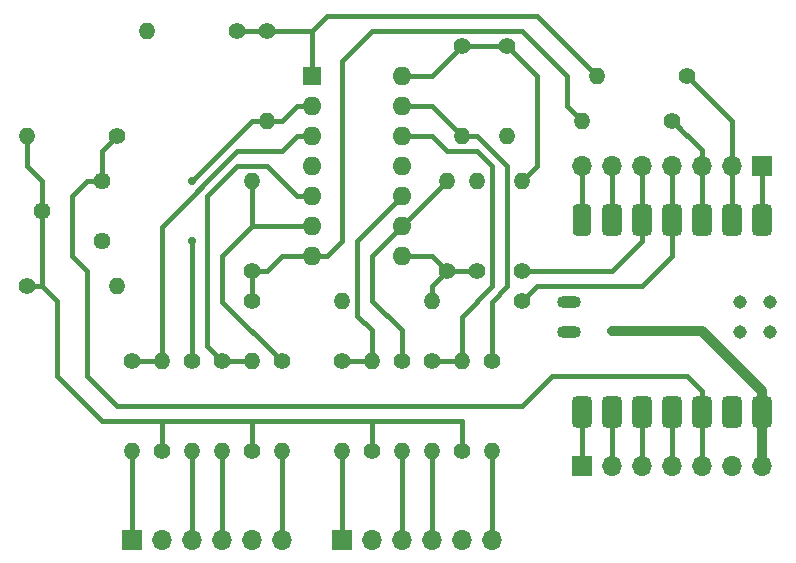
<source format=gbr>
%TF.GenerationSoftware,KiCad,Pcbnew,7.0.7*%
%TF.CreationDate,2024-05-13T13:27:10-04:00*%
%TF.ProjectId,diff-probe-x4-v2,64696666-2d70-4726-9f62-652d78342d76,rev?*%
%TF.SameCoordinates,Original*%
%TF.FileFunction,Copper,L1,Top*%
%TF.FilePolarity,Positive*%
%FSLAX46Y46*%
G04 Gerber Fmt 4.6, Leading zero omitted, Abs format (unit mm)*
G04 Created by KiCad (PCBNEW 7.0.7) date 2024-05-13 13:27:10*
%MOMM*%
%LPD*%
G01*
G04 APERTURE LIST*
G04 Aperture macros list*
%AMRoundRect*
0 Rectangle with rounded corners*
0 $1 Rounding radius*
0 $2 $3 $4 $5 $6 $7 $8 $9 X,Y pos of 4 corners*
0 Add a 4 corners polygon primitive as box body*
4,1,4,$2,$3,$4,$5,$6,$7,$8,$9,$2,$3,0*
0 Add four circle primitives for the rounded corners*
1,1,$1+$1,$2,$3*
1,1,$1+$1,$4,$5*
1,1,$1+$1,$6,$7*
1,1,$1+$1,$8,$9*
0 Add four rect primitives between the rounded corners*
20,1,$1+$1,$2,$3,$4,$5,0*
20,1,$1+$1,$4,$5,$6,$7,0*
20,1,$1+$1,$6,$7,$8,$9,0*
20,1,$1+$1,$8,$9,$2,$3,0*%
G04 Aperture macros list end*
%TA.AperFunction,ComponentPad*%
%ADD10C,1.400000*%
%TD*%
%TA.AperFunction,ComponentPad*%
%ADD11O,1.400000X1.400000*%
%TD*%
%TA.AperFunction,ComponentPad*%
%ADD12R,1.700000X1.700000*%
%TD*%
%TA.AperFunction,ComponentPad*%
%ADD13O,1.700000X1.700000*%
%TD*%
%TA.AperFunction,ComponentPad*%
%ADD14R,1.600000X1.600000*%
%TD*%
%TA.AperFunction,ComponentPad*%
%ADD15O,1.600000X1.600000*%
%TD*%
%TA.AperFunction,ComponentPad*%
%ADD16C,1.440000*%
%TD*%
%TA.AperFunction,ComponentPad*%
%ADD17RoundRect,0.425000X-0.425000X0.925000X-0.425000X-0.925000X0.425000X-0.925000X0.425000X0.925000X0*%
%TD*%
%TA.AperFunction,ComponentPad*%
%ADD18RoundRect,0.400000X-0.400000X0.950000X-0.400000X-0.950000X0.400000X-0.950000X0.400000X0.950000X0*%
%TD*%
%TA.AperFunction,SMDPad,CuDef*%
%ADD19O,2.032000X1.016000*%
%TD*%
%TA.AperFunction,SMDPad,CuDef*%
%ADD20C,1.143000*%
%TD*%
%TA.AperFunction,ViaPad*%
%ADD21C,0.800000*%
%TD*%
%TA.AperFunction,ViaPad*%
%ADD22C,0.711200*%
%TD*%
%TA.AperFunction,Conductor*%
%ADD23C,0.406400*%
%TD*%
%TA.AperFunction,Conductor*%
%ADD24C,0.812800*%
%TD*%
G04 APERTURE END LIST*
D10*
%TO.P,R16,1*%
%TO.N,Net-(R13-Pad1)*%
X139310000Y-88570000D03*
D11*
%TO.P,R16,2*%
%TO.N,Net-(U1D-+)*%
X139310000Y-80950000D03*
%TD*%
D10*
%TO.P,R14,1*%
%TO.N,Net-(R13-Pad1)*%
X121530000Y-88570000D03*
D11*
%TO.P,R14,2*%
%TO.N,Net-(U1B-+)*%
X121530000Y-80950000D03*
%TD*%
D10*
%TO.P,R25,1*%
%TO.N,Net-(R10-Pad1)*%
X121590000Y-75870000D03*
D11*
%TO.P,R25,2*%
%TO.N,GND*%
X129210000Y-75870000D03*
%TD*%
D10*
%TO.P,R6,1*%
%TO.N,Net-(U1C--)*%
X134290000Y-80950000D03*
D11*
%TO.P,R6,2*%
%TO.N,Net-(J2-Pin_3)*%
X134290000Y-88570000D03*
%TD*%
D10*
%TO.P,R21,1*%
%TO.N,Net-(J5-Pin_4)*%
X144450000Y-75870000D03*
D11*
%TO.P,R21,2*%
%TO.N,Net-(R11-Pad1)*%
X136830000Y-75870000D03*
%TD*%
D12*
%TO.P,J1,1,Pin_1*%
%TO.N,Net-(J1-Pin_1)*%
X111370000Y-96070000D03*
D13*
%TO.P,J1,2,Pin_2*%
%TO.N,GND*%
X113910000Y-96070000D03*
%TO.P,J1,3,Pin_3*%
%TO.N,Net-(J1-Pin_3)*%
X116450000Y-96070000D03*
%TO.P,J1,4,Pin_4*%
%TO.N,Net-(J1-Pin_4)*%
X118990000Y-96070000D03*
%TO.P,J1,5,Pin_5*%
%TO.N,GND*%
X121530000Y-96070000D03*
%TO.P,J1,6,Pin_6*%
%TO.N,Net-(J1-Pin_6)*%
X124070000Y-96070000D03*
%TD*%
D10*
%TO.P,R23,1*%
%TO.N,Net-(R12-Pad1)*%
X143180000Y-54280000D03*
D11*
%TO.P,R23,2*%
%TO.N,GND*%
X143180000Y-61900000D03*
%TD*%
D10*
%TO.P,R18,1*%
%TO.N,Net-(R13-Pad1)*%
X102540000Y-74600000D03*
D11*
%TO.P,R18,2*%
%TO.N,GND*%
X110160000Y-74600000D03*
%TD*%
D10*
%TO.P,R7,1*%
%TO.N,Net-(U1D-+)*%
X136770000Y-80950000D03*
D11*
%TO.P,R7,2*%
%TO.N,Net-(J2-Pin_4)*%
X136770000Y-88570000D03*
%TD*%
D10*
%TO.P,R8,1*%
%TO.N,Net-(U1D--)*%
X141850000Y-80950000D03*
D11*
%TO.P,R8,2*%
%TO.N,Net-(J2-Pin_6)*%
X141850000Y-88570000D03*
%TD*%
D10*
%TO.P,R5,1*%
%TO.N,Net-(U1C-+)*%
X129150000Y-80950000D03*
D11*
%TO.P,R5,2*%
%TO.N,Net-(J2-Pin_1)*%
X129150000Y-88570000D03*
%TD*%
D10*
%TO.P,R26,1*%
%TO.N,Net-(R19-Pad2)*%
X120320000Y-53010000D03*
D11*
%TO.P,R26,2*%
%TO.N,GND*%
X112700000Y-53010000D03*
%TD*%
D10*
%TO.P,R11,1*%
%TO.N,Net-(R11-Pad1)*%
X138100000Y-73330000D03*
D11*
%TO.P,R11,2*%
%TO.N,Net-(U1C--)*%
X138100000Y-65710000D03*
%TD*%
D10*
%TO.P,R4,1*%
%TO.N,Net-(U1B--)*%
X124070000Y-80950000D03*
D11*
%TO.P,R4,2*%
%TO.N,Net-(J1-Pin_6)*%
X124070000Y-88570000D03*
%TD*%
D10*
%TO.P,R2,1*%
%TO.N,Net-(U1A--)*%
X116450000Y-80950000D03*
D11*
%TO.P,R2,2*%
%TO.N,Net-(J1-Pin_3)*%
X116450000Y-88570000D03*
%TD*%
D10*
%TO.P,R1,1*%
%TO.N,Net-(U1A-+)*%
X111430000Y-80950000D03*
D11*
%TO.P,R1,2*%
%TO.N,Net-(J1-Pin_1)*%
X111430000Y-88570000D03*
%TD*%
D12*
%TO.P,J2,1,Pin_1*%
%TO.N,Net-(J2-Pin_1)*%
X129150000Y-96070000D03*
D13*
%TO.P,J2,2,Pin_2*%
%TO.N,GND*%
X131690000Y-96070000D03*
%TO.P,J2,3,Pin_3*%
%TO.N,Net-(J2-Pin_3)*%
X134230000Y-96070000D03*
%TO.P,J2,4,Pin_4*%
%TO.N,Net-(J2-Pin_4)*%
X136770000Y-96070000D03*
%TO.P,J2,5,Pin_5*%
%TO.N,GND*%
X139310000Y-96070000D03*
%TO.P,J2,6,Pin_6*%
%TO.N,Net-(J2-Pin_6)*%
X141850000Y-96070000D03*
%TD*%
D12*
%TO.P,J5,1,Pin_1*%
%TO.N,Net-(J5-Pin_1)*%
X164770000Y-64440000D03*
D13*
%TO.P,J5,2,Pin_2*%
%TO.N,Net-(J5-Pin_2)*%
X162230000Y-64440000D03*
%TO.P,J5,3,Pin_3*%
%TO.N,Net-(J5-Pin_3)*%
X159690000Y-64440000D03*
%TO.P,J5,4,Pin_4*%
%TO.N,Net-(J5-Pin_4)*%
X157150000Y-64440000D03*
%TO.P,J5,5,Pin_5*%
%TO.N,Net-(J5-Pin_5)*%
X154610000Y-64440000D03*
%TO.P,J5,6,Pin_6*%
%TO.N,Net-(J5-Pin_6)*%
X152070000Y-64440000D03*
%TO.P,J5,7,Pin_7*%
%TO.N,Net-(J5-Pin_7)*%
X149530000Y-64440000D03*
%TD*%
D10*
%TO.P,R19,1*%
%TO.N,Net-(J5-Pin_2)*%
X158420000Y-56820000D03*
D11*
%TO.P,R19,2*%
%TO.N,Net-(R19-Pad2)*%
X150800000Y-56820000D03*
%TD*%
D10*
%TO.P,R20,1*%
%TO.N,Net-(J5-Pin_3)*%
X157150000Y-60630000D03*
D11*
%TO.P,R20,2*%
%TO.N,Net-(R10-Pad1)*%
X149530000Y-60630000D03*
%TD*%
D10*
%TO.P,R12,1*%
%TO.N,Net-(R12-Pad1)*%
X139370000Y-54280000D03*
D11*
%TO.P,R12,2*%
%TO.N,Net-(U1D--)*%
X139370000Y-61900000D03*
%TD*%
D10*
%TO.P,R15,1*%
%TO.N,Net-(R13-Pad1)*%
X131690000Y-88570000D03*
D11*
%TO.P,R15,2*%
%TO.N,Net-(U1C-+)*%
X131690000Y-80950000D03*
%TD*%
D10*
%TO.P,R17,1*%
%TO.N,Net-(J6-Pin_5)*%
X110160000Y-61900000D03*
D11*
%TO.P,R17,2*%
%TO.N,Net-(R13-Pad1)*%
X102540000Y-61900000D03*
%TD*%
D10*
%TO.P,R3,1*%
%TO.N,Net-(U1B-+)*%
X118990000Y-80950000D03*
D11*
%TO.P,R3,2*%
%TO.N,Net-(J1-Pin_4)*%
X118990000Y-88570000D03*
%TD*%
D10*
%TO.P,R10,1*%
%TO.N,Net-(R10-Pad1)*%
X121590000Y-73330000D03*
D11*
%TO.P,R10,2*%
%TO.N,Net-(U1B--)*%
X121590000Y-65710000D03*
%TD*%
D10*
%TO.P,R9,1*%
%TO.N,Net-(R19-Pad2)*%
X122860000Y-53010000D03*
D11*
%TO.P,R9,2*%
%TO.N,Net-(U1A--)*%
X122860000Y-60630000D03*
%TD*%
D14*
%TO.P,U1,1*%
%TO.N,Net-(R19-Pad2)*%
X126670000Y-56820000D03*
D15*
%TO.P,U1,2,-*%
%TO.N,Net-(U1A--)*%
X126670000Y-59360000D03*
%TO.P,U1,3,+*%
%TO.N,Net-(U1A-+)*%
X126670000Y-61900000D03*
%TO.P,U1,4,V+*%
%TO.N,Net-(J6-Pin_7)*%
X126670000Y-64440000D03*
%TO.P,U1,5,+*%
%TO.N,Net-(U1B-+)*%
X126670000Y-66980000D03*
%TO.P,U1,6,-*%
%TO.N,Net-(U1B--)*%
X126670000Y-69520000D03*
%TO.P,U1,7*%
%TO.N,Net-(R10-Pad1)*%
X126670000Y-72060000D03*
%TO.P,U1,8*%
%TO.N,Net-(R11-Pad1)*%
X134290000Y-72060000D03*
%TO.P,U1,9,-*%
%TO.N,Net-(U1C--)*%
X134290000Y-69520000D03*
%TO.P,U1,10,+*%
%TO.N,Net-(U1C-+)*%
X134290000Y-66980000D03*
%TO.P,U1,11,V-*%
%TO.N,GND*%
X134290000Y-64440000D03*
%TO.P,U1,12,+*%
%TO.N,Net-(U1D-+)*%
X134290000Y-61900000D03*
%TO.P,U1,13,-*%
%TO.N,Net-(U1D--)*%
X134290000Y-59360000D03*
%TO.P,U1,14*%
%TO.N,Net-(R12-Pad1)*%
X134290000Y-56820000D03*
%TD*%
D10*
%TO.P,R24,1*%
%TO.N,Net-(R11-Pad1)*%
X140640000Y-73330000D03*
D11*
%TO.P,R24,2*%
%TO.N,GND*%
X140640000Y-65710000D03*
%TD*%
D10*
%TO.P,R22,1*%
%TO.N,Net-(J5-Pin_5)*%
X144450000Y-73330000D03*
D11*
%TO.P,R22,2*%
%TO.N,Net-(R12-Pad1)*%
X144450000Y-65710000D03*
%TD*%
D10*
%TO.P,R13,1*%
%TO.N,Net-(R13-Pad1)*%
X113910000Y-88570000D03*
D11*
%TO.P,R13,2*%
%TO.N,Net-(U1A-+)*%
X113910000Y-80950000D03*
%TD*%
D12*
%TO.P,J6,1,Pin_1*%
%TO.N,Net-(J6-Pin_1)*%
X149530000Y-89840000D03*
D13*
%TO.P,J6,2,Pin_2*%
%TO.N,Net-(J6-Pin_2)*%
X152070000Y-89840000D03*
%TO.P,J6,3,Pin_3*%
%TO.N,Net-(J6-Pin_3)*%
X154610000Y-89840000D03*
%TO.P,J6,4,Pin_4*%
%TO.N,Net-(J6-Pin_4)*%
X157150000Y-89840000D03*
%TO.P,J6,5,Pin_5*%
%TO.N,Net-(J6-Pin_5)*%
X159690000Y-89840000D03*
%TO.P,J6,6,Pin_6*%
%TO.N,GND*%
X162230000Y-89840000D03*
%TO.P,J6,7,Pin_7*%
%TO.N,Net-(J6-Pin_7)*%
X164770000Y-89840000D03*
%TD*%
D16*
%TO.P,RV1,1,1*%
%TO.N,Net-(J6-Pin_5)*%
X108890000Y-65710000D03*
%TO.P,RV1,2,2*%
%TO.N,Net-(R13-Pad1)*%
X103810000Y-68250000D03*
%TO.P,RV1,3,3*%
%TO.N,GND*%
X108890000Y-70790000D03*
%TD*%
D17*
%TO.P,U2,1,PA02_A0_D0*%
%TO.N,Net-(J5-Pin_1)*%
X164770000Y-69020000D03*
%TO.P,U2,2,PA4_A1_D1*%
%TO.N,Net-(J5-Pin_2)*%
X162230000Y-69020000D03*
%TO.P,U2,3,PA10_A2_D2*%
%TO.N,Net-(J5-Pin_3)*%
X159690000Y-69020000D03*
%TO.P,U2,4,PA11_A3_D3*%
%TO.N,Net-(J5-Pin_4)*%
X157150000Y-69020000D03*
%TO.P,U2,5,PA8_A4_D4_SDA*%
%TO.N,Net-(J5-Pin_5)*%
X154610000Y-69020000D03*
%TO.P,U2,6,PA9_A5_D5_SCL*%
%TO.N,Net-(J5-Pin_6)*%
X152070000Y-69020000D03*
D18*
%TO.P,U2,7,PB08_A6_D6_TX*%
%TO.N,Net-(J5-Pin_7)*%
X149530000Y-69020000D03*
D17*
%TO.P,U2,8,PB09_A7_D7_RX*%
%TO.N,Net-(J6-Pin_1)*%
X149530000Y-85260000D03*
%TO.P,U2,9,PA7_A8_D8_SCK*%
%TO.N,Net-(J6-Pin_2)*%
X152070000Y-85260000D03*
%TO.P,U2,10,PA5_A9_D9_MISO*%
%TO.N,Net-(J6-Pin_3)*%
X154610000Y-85260000D03*
%TO.P,U2,11,PA6_A10_D10_MOSI*%
%TO.N,Net-(J6-Pin_4)*%
X157150000Y-85260000D03*
%TO.P,U2,12,3V3*%
%TO.N,Net-(J6-Pin_5)*%
X159690000Y-85260000D03*
%TO.P,U2,13,GND*%
%TO.N,GND*%
X162230000Y-85260000D03*
%TO.P,U2,14,5V*%
%TO.N,Net-(J6-Pin_7)*%
X164770000Y-85260000D03*
D19*
%TO.P,U2,15,5V*%
%TO.N,unconnected-(U2-5V-Pad15)*%
X148452180Y-75950000D03*
%TO.P,U2,16,GND*%
%TO.N,unconnected-(U2-GND-Pad16)*%
X148452180Y-78500000D03*
D20*
%TO.P,U2,17,PA31_SWDIO*%
%TO.N,unconnected-(U2-PA31_SWDIO-Pad17)*%
X165456367Y-75948803D03*
%TO.P,U2,18,PA30_SWCLK*%
%TO.N,unconnected-(U2-PA30_SWCLK-Pad18)*%
X165456367Y-78488803D03*
%TO.P,U2,19,RESET*%
%TO.N,unconnected-(U2-RESET-Pad19)*%
X162916367Y-75948803D03*
%TO.P,U2,20,GND*%
%TO.N,unconnected-(U2-GND-Pad20)*%
X162916367Y-78488803D03*
%TD*%
D21*
%TO.N,Net-(J6-Pin_7)*%
X152070000Y-78410000D03*
D22*
%TO.N,Net-(U1A--)*%
X116510000Y-70790000D03*
X116510000Y-65710000D03*
%TD*%
D23*
%TO.N,Net-(J1-Pin_1)*%
X111370000Y-88450000D02*
X111370000Y-96070000D01*
%TO.N,Net-(J1-Pin_3)*%
X116450000Y-88450000D02*
X116450000Y-96070000D01*
%TO.N,Net-(J1-Pin_4)*%
X118990000Y-88450000D02*
X118990000Y-96070000D01*
%TO.N,Net-(J1-Pin_6)*%
X124070000Y-88450000D02*
X124070000Y-96070000D01*
%TO.N,Net-(J2-Pin_1)*%
X129150000Y-88450000D02*
X129150000Y-96070000D01*
%TO.N,Net-(J2-Pin_3)*%
X134230000Y-88450000D02*
X134230000Y-96070000D01*
%TO.N,Net-(J2-Pin_4)*%
X136770000Y-88450000D02*
X136770000Y-96070000D01*
%TO.N,Net-(J2-Pin_6)*%
X141850000Y-88450000D02*
X141850000Y-96070000D01*
%TO.N,Net-(J5-Pin_1)*%
X164770000Y-64440000D02*
X164770000Y-69520000D01*
%TO.N,Net-(J5-Pin_2)*%
X162230000Y-63110000D02*
X162170000Y-63170000D01*
X162170000Y-63170000D02*
X162170000Y-64440000D01*
X162230000Y-64440000D02*
X162230000Y-69520000D01*
X162230000Y-60630000D02*
X162230000Y-63110000D01*
X158420000Y-56820000D02*
X162230000Y-60630000D01*
%TO.N,Net-(J5-Pin_3)*%
X159630000Y-63110000D02*
X157150000Y-60630000D01*
X157150000Y-60630000D02*
X157785000Y-61265000D01*
X159630000Y-64440000D02*
X159630000Y-63110000D01*
X159690000Y-64440000D02*
X159690000Y-69520000D01*
%TO.N,Net-(J5-Pin_4)*%
X157150000Y-64440000D02*
X157150000Y-69520000D01*
X145720000Y-74600000D02*
X154610000Y-74600000D01*
X157150000Y-72060000D02*
X157150000Y-69520000D01*
X144450000Y-75870000D02*
X145720000Y-74600000D01*
X154610000Y-74600000D02*
X157150000Y-72060000D01*
%TO.N,Net-(J5-Pin_5)*%
X152070000Y-73330000D02*
X144450000Y-73330000D01*
X154610000Y-70790000D02*
X152070000Y-73330000D01*
X154610000Y-69520000D02*
X154610000Y-70790000D01*
X154610000Y-64440000D02*
X154610000Y-69520000D01*
%TO.N,Net-(J5-Pin_6)*%
X152070000Y-64440000D02*
X152070000Y-69520000D01*
%TO.N,Net-(J5-Pin_7)*%
X149530000Y-64440000D02*
X149530000Y-69520000D01*
%TO.N,Net-(J6-Pin_1)*%
X149530000Y-84760000D02*
X149530000Y-89840000D01*
%TO.N,Net-(J6-Pin_2)*%
X152070000Y-84760000D02*
X152070000Y-89840000D01*
%TO.N,Net-(J6-Pin_3)*%
X154610000Y-84760000D02*
X154610000Y-89840000D01*
%TO.N,Net-(J6-Pin_4)*%
X157150000Y-84760000D02*
X157150000Y-89840000D01*
%TO.N,Net-(J6-Pin_5)*%
X146990000Y-82220000D02*
X144450000Y-84760000D01*
X106350000Y-66980000D02*
X107620000Y-65710000D01*
X159690000Y-83490000D02*
X159690000Y-84760000D01*
X159690000Y-84760000D02*
X159690000Y-89840000D01*
X146990000Y-82220000D02*
X158420000Y-82220000D01*
X108890000Y-63170000D02*
X108890000Y-65710000D01*
X107620000Y-73330000D02*
X106350000Y-72060000D01*
X110160000Y-61900000D02*
X108890000Y-63170000D01*
X144450000Y-84760000D02*
X110160000Y-84760000D01*
X110160000Y-84760000D02*
X107620000Y-82220000D01*
X158420000Y-82220000D02*
X159690000Y-83490000D01*
X107620000Y-82220000D02*
X107620000Y-73330000D01*
X106350000Y-72060000D02*
X106350000Y-66980000D01*
X107620000Y-65710000D02*
X108890000Y-65710000D01*
D24*
%TO.N,Net-(J6-Pin_7)*%
X159690000Y-78410000D02*
X164770000Y-83490000D01*
X152070000Y-78410000D02*
X159690000Y-78410000D01*
X164770000Y-89840000D02*
X164770000Y-84760000D01*
X164770000Y-83490000D02*
X164770000Y-84760000D01*
D23*
%TO.N,Net-(U1C-+)*%
X131690000Y-80830000D02*
X131690000Y-78350000D01*
X130480000Y-77140000D02*
X130480000Y-70790000D01*
X130480000Y-70790000D02*
X134290000Y-66980000D01*
X131570000Y-80950000D02*
X131690000Y-80830000D01*
X131690000Y-78350000D02*
X130480000Y-77140000D01*
X129150000Y-80950000D02*
X131570000Y-80950000D01*
%TO.N,Net-(U1C--)*%
X131750000Y-75870000D02*
X134230000Y-78350000D01*
X134230000Y-80890000D02*
X134290000Y-80950000D01*
X131750000Y-72060000D02*
X131750000Y-75870000D01*
X134290000Y-69520000D02*
X131750000Y-72060000D01*
X138100000Y-65710000D02*
X134290000Y-69520000D01*
X134230000Y-78350000D02*
X134230000Y-80890000D01*
%TO.N,Net-(U1D-+)*%
X136770000Y-80950000D02*
X139310000Y-80950000D01*
X141910000Y-64440000D02*
X140640000Y-63170000D01*
X138100000Y-63170000D02*
X136830000Y-61900000D01*
X136830000Y-61900000D02*
X134290000Y-61900000D01*
X139310000Y-77200000D02*
X141910000Y-74600000D01*
X141910000Y-74600000D02*
X141910000Y-64440000D01*
X139310000Y-80950000D02*
X139310000Y-77200000D01*
X140640000Y-63170000D02*
X138100000Y-63170000D01*
%TO.N,Net-(U1D--)*%
X141850000Y-80950000D02*
X141850000Y-75930000D01*
X143180000Y-64440000D02*
X140640000Y-61900000D01*
X140640000Y-61900000D02*
X139370000Y-61900000D01*
X136830000Y-59360000D02*
X134290000Y-59360000D01*
X139370000Y-61900000D02*
X136830000Y-59360000D01*
X141850000Y-75930000D02*
X143180000Y-74600000D01*
X143180000Y-74600000D02*
X143180000Y-64440000D01*
%TO.N,Net-(R19-Pad2)*%
X126670000Y-53010000D02*
X126670000Y-56820000D01*
X150800000Y-56820000D02*
X145720000Y-51740000D01*
X145720000Y-51740000D02*
X127940000Y-51740000D01*
X120320000Y-53010000D02*
X126670000Y-53010000D01*
X127940000Y-51740000D02*
X126670000Y-53010000D01*
%TO.N,Net-(U1A--)*%
X125400000Y-59360000D02*
X124130000Y-60630000D01*
X126670000Y-59360000D02*
X125400000Y-59360000D01*
X116450000Y-80950000D02*
X116450000Y-70850000D01*
X116450000Y-70850000D02*
X116510000Y-70790000D01*
X124130000Y-60630000D02*
X121590000Y-60630000D01*
X121590000Y-60630000D02*
X116510000Y-65710000D01*
%TO.N,Net-(R10-Pad1)*%
X127940000Y-72060000D02*
X126670000Y-72060000D01*
X144450000Y-53010000D02*
X131750000Y-53010000D01*
X148260000Y-59360000D02*
X148260000Y-56820000D01*
X121590000Y-73330000D02*
X122860000Y-73330000D01*
X149530000Y-60630000D02*
X148260000Y-59360000D01*
X124130000Y-72060000D02*
X126670000Y-72060000D01*
X122860000Y-73330000D02*
X124130000Y-72060000D01*
X148260000Y-56820000D02*
X144450000Y-53010000D01*
X131750000Y-53010000D02*
X129210000Y-55550000D01*
X129210000Y-70790000D02*
X127940000Y-72060000D01*
X121590000Y-75870000D02*
X121590000Y-73330000D01*
X129210000Y-55550000D02*
X129210000Y-70790000D01*
%TO.N,Net-(U1B--)*%
X119050000Y-72060000D02*
X119050000Y-75930000D01*
X126670000Y-69520000D02*
X121590000Y-69520000D01*
X124070000Y-80950000D02*
X124130000Y-80950000D01*
X119050000Y-75930000D02*
X124070000Y-80950000D01*
X121590000Y-65710000D02*
X121590000Y-69520000D01*
X121590000Y-69520000D02*
X119050000Y-72060000D01*
%TO.N,Net-(R11-Pad1)*%
X138100000Y-73330000D02*
X136830000Y-72060000D01*
X136830000Y-72060000D02*
X134290000Y-72060000D01*
X136830000Y-75870000D02*
X136830000Y-74600000D01*
X138100000Y-73330000D02*
X140640000Y-73330000D01*
X136830000Y-74600000D02*
X138100000Y-73330000D01*
%TO.N,Net-(R12-Pad1)*%
X139370000Y-54280000D02*
X143180000Y-54280000D01*
X143180000Y-54280000D02*
X145720000Y-56820000D01*
X145720000Y-64440000D02*
X144450000Y-65710000D01*
X134290000Y-56820000D02*
X136830000Y-56820000D01*
X145720000Y-56820000D02*
X145720000Y-64440000D01*
X136830000Y-56820000D02*
X139370000Y-54280000D01*
%TO.N,Net-(R13-Pad1)*%
X113850000Y-86030000D02*
X108890000Y-86030000D01*
X105080000Y-82220000D02*
X105080000Y-75870000D01*
X139310000Y-86090000D02*
X139370000Y-86030000D01*
X103810000Y-65710000D02*
X103810000Y-68250000D01*
X113970000Y-86030000D02*
X121590000Y-86030000D01*
X139370000Y-86030000D02*
X131750000Y-86030000D01*
X102540000Y-64440000D02*
X103810000Y-65710000D01*
X139310000Y-88450000D02*
X139310000Y-86090000D01*
X108890000Y-86030000D02*
X105080000Y-82220000D01*
X105080000Y-75870000D02*
X103810000Y-74600000D01*
X103810000Y-74600000D02*
X103810000Y-68250000D01*
X113910000Y-86090000D02*
X113850000Y-86030000D01*
X113910000Y-86090000D02*
X113970000Y-86030000D01*
X131750000Y-86030000D02*
X131690000Y-86090000D01*
X131690000Y-86090000D02*
X131690000Y-88450000D01*
X131750000Y-86030000D02*
X121590000Y-86030000D01*
X121590000Y-86030000D02*
X121530000Y-86090000D01*
X113910000Y-88450000D02*
X113910000Y-86090000D01*
X102540000Y-74600000D02*
X103810000Y-74600000D01*
X102540000Y-61900000D02*
X102540000Y-64440000D01*
X121530000Y-86090000D02*
X121530000Y-88450000D01*
%TO.N,Net-(U1A-+)*%
X111430000Y-80950000D02*
X113910000Y-80950000D01*
X113910000Y-69580000D02*
X120320000Y-63170000D01*
X120320000Y-63170000D02*
X124130000Y-63170000D01*
X124130000Y-63170000D02*
X125400000Y-61900000D01*
X125400000Y-61900000D02*
X126670000Y-61900000D01*
X113910000Y-80950000D02*
X113910000Y-69580000D01*
%TO.N,Net-(U1B-+)*%
X117780000Y-66980000D02*
X117780000Y-79680000D01*
X117780000Y-79680000D02*
X119050000Y-80950000D01*
X121410000Y-80950000D02*
X121530000Y-80830000D01*
X125400000Y-66980000D02*
X122860000Y-64440000D01*
X120320000Y-64440000D02*
X117780000Y-66980000D01*
X126670000Y-66980000D02*
X125400000Y-66980000D01*
X122860000Y-64440000D02*
X120320000Y-64440000D01*
X119050000Y-80950000D02*
X121410000Y-80950000D01*
%TD*%
M02*

</source>
